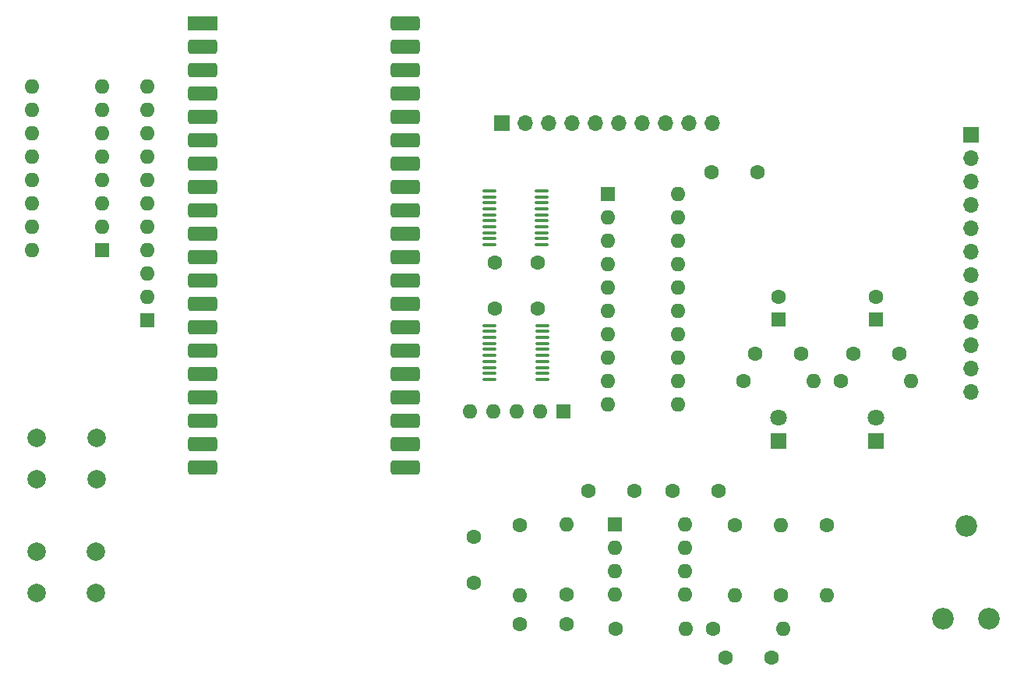
<source format=gbr>
G04 #@! TF.GenerationSoftware,KiCad,Pcbnew,8.0.7*
G04 #@! TF.CreationDate,2025-03-21T14:13:05-04:00*
G04 #@! TF.ProjectId,TRS2-Voice,54525332-2d56-46f6-9963-652e6b696361,rev?*
G04 #@! TF.SameCoordinates,Original*
G04 #@! TF.FileFunction,Soldermask,Top*
G04 #@! TF.FilePolarity,Negative*
%FSLAX46Y46*%
G04 Gerber Fmt 4.6, Leading zero omitted, Abs format (unit mm)*
G04 Created by KiCad (PCBNEW 8.0.7) date 2025-03-21 14:13:05*
%MOMM*%
%LPD*%
G01*
G04 APERTURE LIST*
G04 Aperture macros list*
%AMRoundRect*
0 Rectangle with rounded corners*
0 $1 Rounding radius*
0 $2 $3 $4 $5 $6 $7 $8 $9 X,Y pos of 4 corners*
0 Add a 4 corners polygon primitive as box body*
4,1,4,$2,$3,$4,$5,$6,$7,$8,$9,$2,$3,0*
0 Add four circle primitives for the rounded corners*
1,1,$1+$1,$2,$3*
1,1,$1+$1,$4,$5*
1,1,$1+$1,$6,$7*
1,1,$1+$1,$8,$9*
0 Add four rect primitives between the rounded corners*
20,1,$1+$1,$2,$3,$4,$5,0*
20,1,$1+$1,$4,$5,$6,$7,0*
20,1,$1+$1,$6,$7,$8,$9,0*
20,1,$1+$1,$8,$9,$2,$3,0*%
G04 Aperture macros list end*
%ADD10R,1.700000X1.700000*%
%ADD11O,1.700000X1.700000*%
%ADD12C,1.600000*%
%ADD13O,1.600000X1.600000*%
%ADD14R,1.600000X1.600000*%
%ADD15RoundRect,0.100000X-0.637500X-0.100000X0.637500X-0.100000X0.637500X0.100000X-0.637500X0.100000X0*%
%ADD16C,2.340000*%
%ADD17R,3.200000X1.600000*%
%ADD18RoundRect,0.400000X-1.200000X-0.400000X1.200000X-0.400000X1.200000X0.400000X-1.200000X0.400000X0*%
%ADD19C,2.000000*%
%ADD20R,1.800000X1.800000*%
%ADD21C,1.800000*%
G04 APERTURE END LIST*
D10*
X159590000Y-48020000D03*
D11*
X159590000Y-50560000D03*
X159590000Y-53100000D03*
X159590000Y-55640000D03*
X159590000Y-58180000D03*
X159590000Y-60720000D03*
X159590000Y-63260000D03*
X159590000Y-65800000D03*
X159590000Y-68340000D03*
X159590000Y-70880000D03*
X159590000Y-73420000D03*
X159590000Y-75960000D03*
D12*
X143930000Y-90460000D03*
D13*
X143930000Y-98080000D03*
D12*
X112522000Y-66932000D03*
X112522000Y-61932000D03*
D14*
X138631200Y-68131200D03*
D12*
X138631200Y-65631200D03*
D15*
X107235000Y-54145000D03*
X107235000Y-54795000D03*
X107235000Y-55445000D03*
X107235000Y-56095000D03*
X107235000Y-56745000D03*
X107235000Y-57395000D03*
X107235000Y-58045000D03*
X107235000Y-58695000D03*
X107235000Y-59345000D03*
X107235000Y-59995000D03*
X112960000Y-59995000D03*
X112960000Y-59345000D03*
X112960000Y-58695000D03*
X112960000Y-58045000D03*
X112960000Y-57395000D03*
X112960000Y-56745000D03*
X112960000Y-56095000D03*
X112960000Y-55445000D03*
X112960000Y-54795000D03*
X112960000Y-54145000D03*
D12*
X105600000Y-91746400D03*
X105600000Y-96746400D03*
X115600000Y-98056400D03*
D13*
X115600000Y-90436400D03*
D12*
X121000000Y-101750000D03*
D13*
X128620000Y-101750000D03*
D12*
X151761200Y-71831200D03*
X146761200Y-71831200D03*
X107848400Y-66929000D03*
X107848400Y-61929000D03*
X134821200Y-74831200D03*
D13*
X142441200Y-74831200D03*
D15*
X107267500Y-68785000D03*
X107267500Y-69435000D03*
X107267500Y-70085000D03*
X107267500Y-70735000D03*
X107267500Y-71385000D03*
X107267500Y-72035000D03*
X107267500Y-72685000D03*
X107267500Y-73335000D03*
X107267500Y-73985000D03*
X107267500Y-74635000D03*
X112992500Y-74635000D03*
X112992500Y-73985000D03*
X112992500Y-73335000D03*
X112992500Y-72685000D03*
X112992500Y-72035000D03*
X112992500Y-71385000D03*
X112992500Y-70735000D03*
X112992500Y-70085000D03*
X112992500Y-69435000D03*
X112992500Y-68785000D03*
D12*
X131590000Y-101750000D03*
D13*
X139210000Y-101750000D03*
D10*
X108620000Y-46790000D03*
D11*
X111160000Y-46790000D03*
X113700000Y-46790000D03*
X116240000Y-46790000D03*
X118780000Y-46790000D03*
X121320000Y-46790000D03*
X123860000Y-46790000D03*
X126400000Y-46790000D03*
X128940000Y-46790000D03*
X131480000Y-46790000D03*
D14*
X70121500Y-68195000D03*
D13*
X70121500Y-65655000D03*
X70121500Y-63115000D03*
X70121500Y-60575000D03*
X70121500Y-58035000D03*
X70121500Y-55495000D03*
X70121500Y-52955000D03*
X70121500Y-50415000D03*
X70121500Y-47875000D03*
X70121500Y-45335000D03*
X70121500Y-42795000D03*
D14*
X120152000Y-54515000D03*
D13*
X120152000Y-57055000D03*
X120152000Y-59595000D03*
X120152000Y-62135000D03*
X120152000Y-64675000D03*
X120152000Y-67215000D03*
X120152000Y-69755000D03*
X120152000Y-72295000D03*
X120152000Y-74835000D03*
X120152000Y-77375000D03*
X127772000Y-77375000D03*
X127772000Y-74835000D03*
X127772000Y-72295000D03*
X127772000Y-69755000D03*
X127772000Y-67215000D03*
X127772000Y-64675000D03*
X127772000Y-62135000D03*
X127772000Y-59595000D03*
X127772000Y-57055000D03*
X127772000Y-54515000D03*
D12*
X138890000Y-98080000D03*
D13*
X138890000Y-90460000D03*
D12*
X136131200Y-71831200D03*
X141131200Y-71831200D03*
X127177200Y-86778800D03*
X132177200Y-86778800D03*
D16*
X161552400Y-100605600D03*
X159052400Y-90605600D03*
X156552400Y-100605600D03*
D17*
X76130000Y-35990000D03*
D18*
X76130000Y-38530000D03*
X76130000Y-41070000D03*
X76130000Y-43610000D03*
X76130000Y-46150000D03*
X76130000Y-48690000D03*
X76130000Y-51230000D03*
X76130000Y-53770000D03*
X76130000Y-56310000D03*
X76130000Y-58850000D03*
X76130000Y-61390000D03*
X76130000Y-63930000D03*
X76130000Y-66470000D03*
X76130000Y-69010000D03*
X76130000Y-71550000D03*
X76130000Y-74090000D03*
X76130000Y-76630000D03*
X76130000Y-79170000D03*
X76130000Y-81710000D03*
X76130000Y-84250000D03*
X98130000Y-84250000D03*
X98130000Y-81710000D03*
X98130000Y-79170000D03*
X98130000Y-76630000D03*
X98130000Y-74090000D03*
X98130000Y-71550000D03*
X98130000Y-69010000D03*
X98130000Y-66470000D03*
X98130000Y-63930000D03*
X98130000Y-61390000D03*
X98130000Y-58850000D03*
X98130000Y-56310000D03*
X98130000Y-53770000D03*
X98130000Y-51230000D03*
X98130000Y-48690000D03*
X98130000Y-46150000D03*
X98130000Y-43610000D03*
X98130000Y-41070000D03*
X98130000Y-38530000D03*
X98130000Y-35990000D03*
D12*
X110600000Y-101190000D03*
X115600000Y-101190000D03*
X132900000Y-104850000D03*
X137900000Y-104850000D03*
D19*
X58040000Y-93340000D03*
X64540000Y-93340000D03*
X58040000Y-97840000D03*
X64540000Y-97840000D03*
D20*
X138631200Y-81371200D03*
D21*
X138631200Y-78831200D03*
D14*
X115300000Y-78100000D03*
D13*
X112760000Y-78100000D03*
X110220000Y-78100000D03*
X107680000Y-78100000D03*
X105140000Y-78100000D03*
D12*
X145451200Y-74831200D03*
D13*
X153071200Y-74831200D03*
D12*
X131390000Y-52100000D03*
X136390000Y-52100000D03*
D20*
X149261200Y-81371200D03*
D21*
X149261200Y-78831200D03*
D12*
X110596400Y-90440000D03*
D13*
X110596400Y-98060000D03*
D14*
X65157500Y-60560000D03*
D13*
X65157500Y-58020000D03*
X65157500Y-55480000D03*
X65157500Y-52940000D03*
X65157500Y-50400000D03*
X65157500Y-47860000D03*
X65157500Y-45320000D03*
X65157500Y-42780000D03*
X57537500Y-42780000D03*
X57537500Y-45320000D03*
X57537500Y-47860000D03*
X57537500Y-50400000D03*
X57537500Y-52940000D03*
X57537500Y-55480000D03*
X57537500Y-58020000D03*
X57537500Y-60560000D03*
D12*
X133960000Y-90460000D03*
D13*
X133960000Y-98080000D03*
D14*
X120920000Y-90430000D03*
D13*
X120920000Y-92970000D03*
X120920000Y-95510000D03*
X120920000Y-98050000D03*
X128540000Y-98050000D03*
X128540000Y-95510000D03*
X128540000Y-92970000D03*
X128540000Y-90430000D03*
D14*
X149261200Y-68131200D03*
D12*
X149261200Y-65631200D03*
X123013200Y-86778800D03*
X118013200Y-86778800D03*
D19*
X58050000Y-80970000D03*
X64550000Y-80970000D03*
X58050000Y-85470000D03*
X64550000Y-85470000D03*
M02*

</source>
